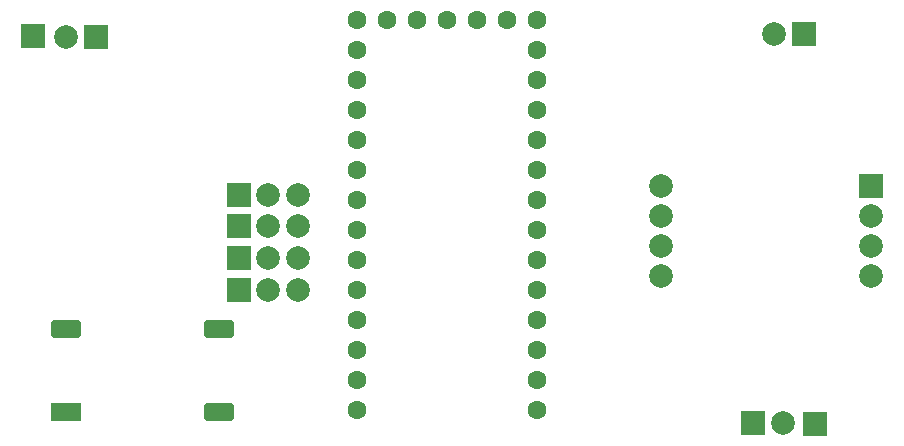
<source format=gbr>
%TF.GenerationSoftware,KiCad,Pcbnew,9.0.7*%
%TF.CreationDate,2026-02-07T11:06:05-07:00*%
%TF.ProjectId,PCB_v1,5043425f-7631-42e6-9b69-6361645f7063,rev?*%
%TF.SameCoordinates,Original*%
%TF.FileFunction,Soldermask,Top*%
%TF.FilePolarity,Negative*%
%FSLAX46Y46*%
G04 Gerber Fmt 4.6, Leading zero omitted, Abs format (unit mm)*
G04 Created by KiCad (PCBNEW 9.0.7) date 2026-02-07 11:06:05*
%MOMM*%
%LPD*%
G01*
G04 APERTURE LIST*
G04 Aperture macros list*
%AMRoundRect*
0 Rectangle with rounded corners*
0 $1 Rounding radius*
0 $2 $3 $4 $5 $6 $7 $8 $9 X,Y pos of 4 corners*
0 Add a 4 corners polygon primitive as box body*
4,1,4,$2,$3,$4,$5,$6,$7,$8,$9,$2,$3,0*
0 Add four circle primitives for the rounded corners*
1,1,$1+$1,$2,$3*
1,1,$1+$1,$4,$5*
1,1,$1+$1,$6,$7*
1,1,$1+$1,$8,$9*
0 Add four rect primitives between the rounded corners*
20,1,$1+$1,$2,$3,$4,$5,0*
20,1,$1+$1,$4,$5,$6,$7,0*
20,1,$1+$1,$6,$7,$8,$9,0*
20,1,$1+$1,$8,$9,$2,$3,0*%
G04 Aperture macros list end*
%ADD10R,2.000000X2.000000*%
%ADD11C,2.000000*%
%ADD12C,1.600000*%
%ADD13RoundRect,1.000000X-0.000010X0.000010X-0.000010X-0.000010X0.000010X-0.000010X0.000010X0.000010X0*%
%ADD14R,2.500000X1.500000*%
%ADD15RoundRect,0.150000X1.100000X0.600000X-1.100000X0.600000X-1.100000X-0.600000X1.100000X-0.600000X0*%
G04 APERTURE END LIST*
D10*
%TO.C,J7*%
X213100000Y-96408000D03*
%TD*%
%TO.C,J5*%
X207830000Y-96344500D03*
D11*
X210370000Y-96344500D03*
%TD*%
D10*
%TO.C,J6*%
X146900000Y-63592000D03*
%TD*%
D12*
%TO.C,U1*%
X189525000Y-95240000D03*
X189525000Y-92700000D03*
X189525000Y-90160000D03*
X189525000Y-87620000D03*
X189525000Y-85080000D03*
X189525000Y-82540000D03*
X189525000Y-80000000D03*
X189525000Y-77460000D03*
X189525000Y-74920000D03*
X189525000Y-72380000D03*
X189525000Y-69840000D03*
X189525000Y-67300000D03*
X189525000Y-64760000D03*
X189525000Y-62220000D03*
X186985000Y-62220000D03*
X184445000Y-62220000D03*
X181905000Y-62220000D03*
X179365000Y-62220000D03*
X176825000Y-62220000D03*
X174285000Y-62220000D03*
X174285000Y-64760000D03*
X174285000Y-67300000D03*
X174285000Y-69840000D03*
X174285000Y-72380000D03*
X174285000Y-74920000D03*
X174285000Y-77460000D03*
X174285000Y-80000000D03*
X174285000Y-82540000D03*
X174285000Y-85080000D03*
X174285000Y-87620000D03*
X174285000Y-90160000D03*
X174285000Y-92700000D03*
X174285000Y-95240000D03*
%TD*%
D10*
%TO.C,J4*%
X152170000Y-63655500D03*
D11*
X149630000Y-63655500D03*
%TD*%
D10*
%TO.C,J8*%
X212170000Y-63465000D03*
D11*
X209630000Y-63465000D03*
%TD*%
D10*
%TO.C,J1*%
X217790000Y-76290000D03*
D13*
X217790000Y-78830000D03*
X217790000Y-81370000D03*
X217790000Y-83910000D03*
X200010000Y-76290000D03*
X200010000Y-78830000D03*
X200010000Y-81370000D03*
X200010000Y-83910000D03*
%TD*%
D14*
%TO.C,J3*%
X149650000Y-95400000D03*
D15*
X149650000Y-88400000D03*
X162650000Y-95400000D03*
X162650000Y-88400000D03*
%TD*%
D10*
%TO.C,J2*%
X164300000Y-85060000D03*
X164300000Y-82390000D03*
X164300000Y-79720000D03*
X164300000Y-77050000D03*
D11*
X166800000Y-85060000D03*
X166800000Y-82390000D03*
X166800000Y-79720000D03*
X166800000Y-77050000D03*
X169300000Y-85060000D03*
X169300000Y-82390000D03*
X169300000Y-79720000D03*
X169300000Y-77050000D03*
%TD*%
M02*

</source>
